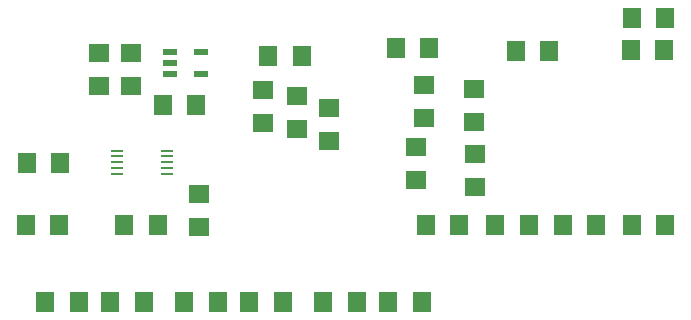
<source format=gbr>
G04 EAGLE Gerber RS-274X export*
G75*
%MOMM*%
%FSLAX34Y34*%
%LPD*%
%INSolderpaste Top*%
%IPPOS*%
%AMOC8*
5,1,8,0,0,1.08239X$1,22.5*%
G01*
%ADD10R,1.803000X1.600000*%
%ADD11R,1.600000X1.803000*%
%ADD12R,1.800000X1.600000*%
%ADD13R,1.600000X1.800000*%
%ADD14R,1.000000X0.250000*%
%ADD15R,1.270000X0.558800*%


D10*
X614150Y253710D03*
X614150Y225270D03*
X664150Y247870D03*
X664150Y219430D03*
X663830Y274430D03*
X663830Y302870D03*
D11*
X681380Y187470D03*
X709820Y187470D03*
X738770Y187470D03*
X767210Y187470D03*
X797220Y187440D03*
X825660Y187440D03*
X825530Y363020D03*
X797090Y363020D03*
X727530Y334550D03*
X699090Y334550D03*
X517860Y330820D03*
X489420Y330820D03*
D10*
X513800Y268380D03*
X513800Y296820D03*
X484670Y273460D03*
X484670Y301900D03*
D12*
X621330Y305990D03*
X621330Y277990D03*
D13*
X623300Y187470D03*
X651300Y187470D03*
D12*
X540470Y258440D03*
X540470Y286440D03*
D13*
X796690Y335430D03*
X824690Y335430D03*
X597510Y337050D03*
X625510Y337050D03*
X284230Y187470D03*
X312230Y187470D03*
D14*
X403491Y230450D03*
X403491Y235450D03*
X403491Y240450D03*
X403491Y245450D03*
X403491Y250450D03*
X361229Y250450D03*
X361229Y245450D03*
X361229Y240450D03*
X361229Y235450D03*
X361229Y230450D03*
D10*
X430810Y213920D03*
X430810Y185480D03*
D11*
X367310Y187470D03*
X395750Y187470D03*
D13*
X284820Y239620D03*
X312820Y239620D03*
D15*
X406586Y333868D03*
X406586Y324470D03*
X406586Y315072D03*
X432494Y315072D03*
X432494Y333868D03*
D13*
X400540Y288720D03*
X428540Y288720D03*
D12*
X346200Y305430D03*
X346200Y333430D03*
X372800Y305430D03*
X372800Y333430D03*
D11*
X329220Y122500D03*
X300780Y122500D03*
X446720Y122500D03*
X418280Y122500D03*
X564220Y122500D03*
X535780Y122500D03*
X590780Y122500D03*
X619220Y122500D03*
X473280Y122500D03*
X501720Y122500D03*
X355780Y122500D03*
X384220Y122500D03*
M02*

</source>
